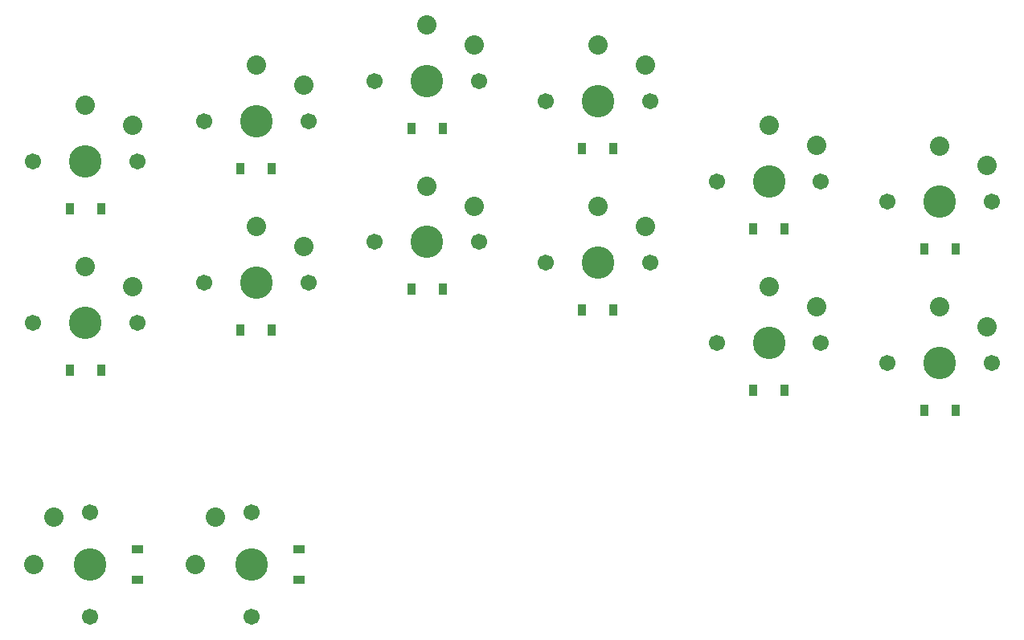
<source format=gbs>
G04 #@! TF.GenerationSoftware,KiCad,Pcbnew,7.0.8*
G04 #@! TF.CreationDate,2024-04-01T22:34:59+01:00*
G04 #@! TF.ProjectId,right,72696768-742e-46b6-9963-61645f706362,v1.0.0*
G04 #@! TF.SameCoordinates,Original*
G04 #@! TF.FileFunction,Soldermask,Bot*
G04 #@! TF.FilePolarity,Negative*
%FSLAX46Y46*%
G04 Gerber Fmt 4.6, Leading zero omitted, Abs format (unit mm)*
G04 Created by KiCad (PCBNEW 7.0.8) date 2024-04-01 22:34:59*
%MOMM*%
%LPD*%
G01*
G04 APERTURE LIST*
%ADD10C,3.429000*%
%ADD11C,1.701800*%
%ADD12C,2.032000*%
%ADD13R,0.900000X1.200000*%
%ADD14R,1.200000X0.900000*%
G04 APERTURE END LIST*
D10*
X316000000Y-138250000D03*
D11*
X321500000Y-138250000D03*
X310500000Y-138250000D03*
D12*
X321000000Y-134450000D03*
X316000000Y-132350000D03*
D10*
X316000000Y-121250000D03*
D11*
X321500000Y-121250000D03*
X310500000Y-121250000D03*
D12*
X321000000Y-117450000D03*
X316000000Y-115350000D03*
D10*
X298000000Y-136125000D03*
D11*
X303500000Y-136125000D03*
X292500000Y-136125000D03*
D12*
X303000000Y-132325000D03*
X298000000Y-130225000D03*
D10*
X298000000Y-119125000D03*
D11*
X303500000Y-119125000D03*
X292500000Y-119125000D03*
D12*
X303000000Y-115325000D03*
X298000000Y-113225000D03*
D10*
X280000000Y-127625000D03*
D11*
X285500000Y-127625000D03*
X274500000Y-127625000D03*
D12*
X285000000Y-123825000D03*
X280000000Y-121725000D03*
D10*
X280000000Y-110625000D03*
D11*
X285500000Y-110625000D03*
X274500000Y-110625000D03*
D12*
X285000000Y-106825000D03*
X280000000Y-104725000D03*
D10*
X262000000Y-125500000D03*
D11*
X267500000Y-125500000D03*
X256500000Y-125500000D03*
D12*
X267000000Y-121700000D03*
X262000000Y-119600000D03*
D10*
X262000000Y-108500000D03*
D11*
X267500000Y-108500000D03*
X256500000Y-108500000D03*
D12*
X267000000Y-104700000D03*
X262000000Y-102600000D03*
D10*
X244000000Y-129750000D03*
D11*
X249500000Y-129750000D03*
X238500000Y-129750000D03*
D12*
X249000000Y-125950000D03*
X244000000Y-123850000D03*
D10*
X244000000Y-112750000D03*
D11*
X249500000Y-112750000D03*
X238500000Y-112750000D03*
D12*
X249000000Y-108950000D03*
X244000000Y-106850000D03*
D10*
X226000000Y-134000000D03*
D11*
X231500000Y-134000000D03*
X220500000Y-134000000D03*
D12*
X231000000Y-130200000D03*
X226000000Y-128100000D03*
D10*
X226000000Y-117000000D03*
D11*
X231500000Y-117000000D03*
X220500000Y-117000000D03*
D12*
X231000000Y-113200000D03*
X226000000Y-111100000D03*
D10*
X243500000Y-159500000D03*
D11*
X243500000Y-154000000D03*
X243500000Y-165000000D03*
D12*
X239700000Y-154500000D03*
X237600000Y-159500000D03*
D10*
X226500000Y-159500000D03*
D11*
X226500000Y-154000000D03*
X226500000Y-165000000D03*
D12*
X222700000Y-154500000D03*
X220600000Y-159500000D03*
D13*
X314350000Y-143250000D03*
X317650000Y-143250000D03*
X314350000Y-126250000D03*
X317650000Y-126250000D03*
X296350000Y-141125000D03*
X299650000Y-141125000D03*
X296350000Y-124125000D03*
X299650000Y-124125000D03*
X278350000Y-132625000D03*
X281650000Y-132625000D03*
X278350000Y-115625000D03*
X281650000Y-115625000D03*
X260350000Y-130500000D03*
X263650000Y-130500000D03*
X260350000Y-113500000D03*
X263650000Y-113500000D03*
X242350000Y-134750000D03*
X245650000Y-134750000D03*
X242350000Y-117750000D03*
X245650000Y-117750000D03*
X224350000Y-139000000D03*
X227650000Y-139000000D03*
X224350000Y-122000000D03*
X227650000Y-122000000D03*
D14*
X248500000Y-161150000D03*
X248500000Y-157850000D03*
X231500000Y-161150000D03*
X231500000Y-157850000D03*
M02*

</source>
